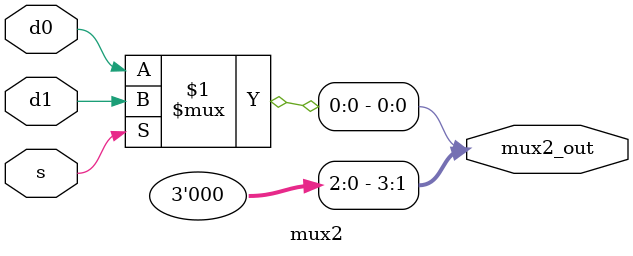
<source format=sv>
module mux2(
            input logic d0, d1,
            input logic s,
           output logic [3:0] mux2_out
           );
        
       assign mux2_out = s ? d1 : d0;
endmodule
</source>
